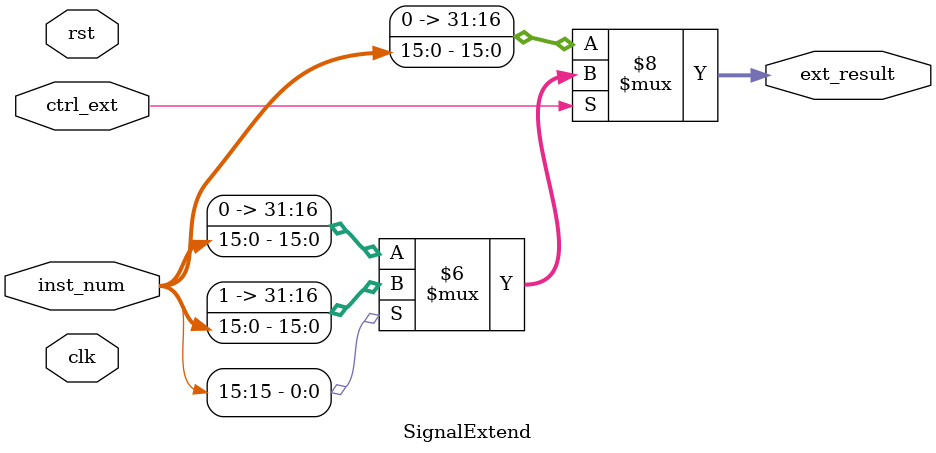
<source format=v>
`timescale 1ns / 1ps

module SingleCycleCPU(
    input clk,
    input rst
    );

    // wires for control, inst_mem, pc and branch unit
    wire [31:0] inst;
    wire c1;
    wire c2;
    wire c3;
    wire c4;
    wire [3:0] c_ALU;
    wire [1:0] c_jmp;
    wire data_mem_we;
    wire register_we;
    wire [31:0] current_pc;
    wire [31:0] new_pc_val;
    wire [31:0] ext_inst_num;

    // wires for register file
    wire [4:0] reg_file_wb_addr;
    wire [4:0] reg_file_rs_addr;
    wire [4:0] reg_file_rt_addr;
    wire [31:0] reg_file_wb_data;
    wire [31:0] reg_file_rs_data;
    wire [31:0] reg_file_rt_data;
    
    wire [31:0] ext_32bit_reg_file_wb_addr;
    assign reg_file_wb_addr = ext_32bit_reg_file_wb_addr[4:0];
    
    // wires for data memory
    wire[31:0] dmem_addr;
    wire[31:0] dmem_w_data;
    wire[31:0] dmem_r_data;

    // wires for ALU
    wire [31:0] ALU_operands1;
    wire [31:0] ALU_operands2;
    wire [31:0] ALU_answer;
    assign dmem_addr = ALU_answer;
    
    Control ctrl(.opcode(inst[31:26]), .func(inst[5:0]), .c1(c1), .c2(c2), .c3(c3), .c4(c4), .c_ALU(c_ALU), .c_jmp(c_jmp), .data_mem_we(data_mem_we), .reg_we(register_we));
    PC pc(.clk(clk), .rst(rst), .new_pc_val(new_pc_val), .out_pc_value(current_pc));
    BranchUnit br_unit(.clk(clk), .rst(rst), .mode(c_jmp), .jmp_flag(ALU_answer[0]), .imm_16bits(inst[15:0]), .imm_26bits(inst[25:0]), .pc(current_pc), .address(new_pc_val));
    InstMem inst_mem(.clk(clk), .rst(rst), ._addr(current_pc), .inst_data(inst));
    SignalExtend signal_ext(.clk(clk), .rst(rst), .ctrl_ext(1'b1), .inst_num(inst[15:0]), .ext_result(ext_inst_num));

    MUX mux1(.clk(clk), .rst(rst), .select(c1), .signal0(reg_file_rt_data), .signal1(ext_inst_num), .out_signal(ALU_operands2));
    MUX mux2(.clk(clk), .rst(rst), .select(c2), .signal0({27'b0, inst[20:16]}), .signal1({27'b0, inst[15:11]}), .out_signal(ext_32bit_reg_file_wb_addr));
    MUX mux3(.clk(clk), .rst(rst), .select(c3), .signal0(reg_file_rs_data), .signal1(ext_inst_num), .out_signal(ALU_operands1));
    MUX mux4(.clk(clk), .rst(rst), .select(c4), .signal0(ALU_answer), .signal1(dmem_r_data), .out_signal(reg_file_wb_data));

    assign reg_file_rs_addr = inst[25:21];
    assign reg_file_rt_addr = inst[20:16];
    assign dmem_w_data = reg_file_rt_data;
    RegisterFile reg_file(.clk(clk), .rst(rst), .reg_we(register_we), .rs_addr(reg_file_rs_addr), .rt_addr(reg_file_rt_addr), .rs_data(reg_file_rs_data), .rt_data(reg_file_rt_data), .wb_addr(reg_file_wb_addr), .wb_data(reg_file_wb_data));
    ALU alu(.clk(clk), .rst(rst), .ctrl(c_ALU), .operands1(ALU_operands1), .operands2(ALU_operands2), .answer(ALU_answer));
    DataMem data_mem(.clk(clk), .rst(rst), .we(data_mem_we), ._addr(dmem_addr), .wdata(dmem_w_data), .rdata(dmem_r_data));

endmodule

module ALU(
    input clk,
    input rst,
    
    input[3:0] ctrl, // 
    input[31:0] operands1,
    input[31:0] operands2,

    output[31:0] answer
    );

    // add
    wire [32:0] ext_operands1 = {operands1[31], operands1};
    wire [32:0] ext_operands2 = {operands2[31], operands2};
    wire [32:0] ext_add_ans = ext_operands1 + ext_operands2;
    wire [31:0] add_ans = ext_add_ans[31:0];

    // addi
    wire [31:0] addi_ans = add_ans;

    // addiu
    wire [32:0] zero_ext_operands2 = {1'b0, operands2};
    wire [32:0] ext_addiu_ans = ext_operands1 + zero_ext_operands2;
    wire [31:0] addiu_ans= ext_addiu_ans[31:0];
    // sub
    wire [32:0] ext_sub_ans = ext_operands1 - ext_operands2;
    wire [31:0] sub_ans = ext_sub_ans[31:0];

    // and
    wire [32:0] ext_and_ans = ext_operands1 & ext_operands2;
    wire [31:0] and_ans = ext_and_ans[31:0];

    // or
    wire [32:0] ext_or_ans = ext_operands1 | ext_operands2;
    wire [31:0] or_ans = ext_or_ans[31:0];

    // sll: shift logical left  
    wire [32:0] ext_sll_ans = ext_operands1 << ext_operands2;
    wire [31:0] sll_ans = ext_sll_ans[31:0];

    // lui
    wire [31:0] lui_ans = {operands2[15:0], 16'b0};

    // lw & sw
    wire [31:0] lw_sw_addr = add_ans;

    // SLT 
    wire [31:0] slt_ans = (operands1 < operands2) ? 32'b1 : 32'b0;

    // SLTI
    wire [31:0] slti_ans = slt_ans;

    // Beq
    wire [31:0] beq_flag = (operands1 == operands2) ? 32'b1 : 32'b0;

    // J
    wire [31:0] j_flag = 32'b1;

    assign answer = (ctrl == 1) ? add_ans:
                    (ctrl == 2) ? addi_ans:
                    (ctrl == 3) ? addiu_ans:
                    (ctrl == 4) ? sub_ans:
                    (ctrl == 5) ? and_ans:
                    (ctrl == 6) ? or_ans:
                    (ctrl == 7) ? sll_ans:
                    (ctrl == 8) ? lui_ans:
                    (ctrl == 9 || ctrl == 10) ? lw_sw_addr:
                    (ctrl == 11) ? slt_ans:
                    (ctrl == 12) ? slti_ans:
                    (ctrl == 13) ? beq_flag:
                    (ctrl == 14) ? j_flag:
                    32'b0;

endmodule

module BranchUnit(
    input clk,
    input rst,
    input[1:0] mode, // mode==0 -> sequential execute, mode == 1 -> j,  mode == 2 -> beq
    input jmp_flag, // used by beq instruction, only jump when jmp_flag == 1
    input[15:0] imm_16bits, // used for beq instruction
    input[25:0] imm_26bits, // used for j instruction
    input[31:0] pc, // current value of pc

    output[31:0] address
    );
    wire[31:0] pc_plus_4 = pc + 4;
    wire [31:0] ext_imm_16bits;
    SignalExtend sig_ext(.clk(clk), .rst(rst), .ctrl_ext(1'b1), .inst_num(imm_16bits), .ext_result(ext_imm_16bits));
    assign address = (mode == 0 || (mode == 2 && jmp_flag == 0))? pc_plus_4:
                     (mode == 1)? {pc_plus_4[31:28], imm_26bits << 2}:
                     (mode == 2 && jmp_flag == 1)?(pc_plus_4 + (ext_imm_16bits << 2)):
                     0;
endmodule

module Control(
    input [5:0] opcode,
    input [5:0] func,

    output c1, // operands2 = rt if (c1 == 0) else imm
    output c2, // targert_register = rt if (c2 == 0) else rd
    output c3, // operands1 = rs if (c1 == 0) else imm
    output c4, // write_back_data from ALU if (c1 == 0) else data_mem
    output[3:0] c_ALU, // choose the operator of ALU
    output[1:0] c_jmp, // c_jmp==0 -> sequential execute, c_jmp == 1 -> j,  c_jmp == 2 -> beq
    output data_mem_we, // write enable of data memory
    output reg_we // write enable of register file
    );

    wire [3:0] inst_type; // indentifies different instruction,  the same as 'ctrl' parameter in ALU module.
    assign inst_type = (opcode == 6'b001000)? 2: // addi
                       (opcode == 6'b001001)? 3: // addiu
                       (opcode == 6'b001111)? 8: // lui
                       (opcode == 6'b100011)? 9: // lw
                       (opcode == 6'b101011)? 10: // sw
                       (opcode == 6'b001010)? 12: // slti
                       (opcode == 6'b000100)? 13: // beq
                       (opcode == 6'b000010)? 14: // j
                       (opcode == 6'b000000)? (
                           (func == 6'b100000)? 1: // add
                           (func == 6'b100010)? 4: // sub
                           (func == 6'b100100)? 5: // and
                           (func == 6'b100101)? 6: // or
                           (func == 6'b000000)? 7: // sll
                           (func == 6'b101010)? 11: 0// slt
                       ):0;

    assign c1 = (inst_type == 2 || inst_type == 3 || inst_type == 8 || inst_type == 9 || inst_type == 10 || inst_type == 12) ? 1 : 0;
    assign c2 = (inst_type == 1 || inst_type == 4 || inst_type == 5 || inst_type == 6 || inst_type == 7 || inst_type == 11) ? 1 : 0;
    assign c3 = (inst_type == 7 || inst_type == 8) ? 1 : 0;
    assign c4 = (inst_type == 9) ? 1 : 0;
    assign data_mem_we = (inst_type == 10) ? 1 : 0;
    assign reg_we = (inst_type != 10 && inst_type != 13 && inst_type != 14) ? 1 : 0;
    assign c_ALU = inst_type;
    assign c_jmp = (inst_type == 14) ? 1 : (
                        (inst_type == 13) ? 2 : 0);

endmodule

module DataMem(
    input clk,
    input rst,
    input we, // write enable, we == 0 -> Read only; we == 1 -> writeable.

    input [31:0] _addr, // address to read/write data
    input [31:0] wdata,

    output [31:0] rdata
    );
    reg[7:0] data_mem[255:0]; // 255 * 8 bit registers to store data
    integer i;
    initial begin             
        for(i=0;i<=255;i=i+1) begin
            data_mem[i] <= 0;            
        end
    end
    
    wire [7:0] addr = _addr[7:0];
    assign rdata = {data_mem[addr+3],data_mem[addr+2],data_mem[addr+1],data_mem[addr]};

    always @(posedge clk) begin
        if (we) begin
            data_mem[addr] <= wdata[7:0];
            data_mem[addr + 1] <= wdata[15:8];
            data_mem[addr + 2] <= wdata[23:16];
            data_mem[addr + 3] <= wdata[31:24];
        end
    end

endmodule

module InstMem(
    input clk,
    input rst,
    input [31:0] _addr, // address of instruction
    output [31:0] inst_data // the bits of instructions
    );
    
    reg[7:0] inst_mem[255:0]; // 255 * 8 bit registers to store instructions
    integer i;
    initial begin             
        // load instructiuons from file
        //$readmemb("", inst_mem);

        // or setting memories manually
        // assign instructions ....
        for(i = 36; i <= 255;i = i + 1) 
            inst_mem[i] <= 0;

        inst_mem[0]<=8'h64;
	inst_mem[1]<=8'h00;
	inst_mem[2]<=8'h08;
	inst_mem[3]<=8'h20;       
        inst_mem[4]<=8'h19;
	inst_mem[5]<=8'h00;
	inst_mem[6]<=8'h0a;
	inst_mem[7]<=8'h25;     
        inst_mem[8]<=8'h00;
	inst_mem[9]<=8'h00;
	inst_mem[10]<=8'h4c;
	inst_mem[11]<=8'h21;   
        inst_mem[12]<=8'h22;
	inst_mem[13]<=8'h48;
	inst_mem[14]<=8'h00;
	inst_mem[15]<=8'h01;  
        inst_mem[16]<=8'h20;
	inst_mem[17]<=8'h58;
	inst_mem[18]<=8'h88;
	inst_mem[19]<=8'h01; 
        inst_mem[16]<=8'h2a;
	inst_mem[17]<=8'h78;
	inst_mem[18]<=8'h68;
	inst_mem[19]<=8'h01;  
        inst_mem[20]<=8'hff;
	inst_mem[21]<=8'h00;
	inst_mem[22]<=8'h6f;
	inst_mem[23]<=8'h29;  
        inst_mem[24]<=8'h64;
	inst_mem[25]<=8'h00;
	inst_mem[26]<=8'h0e;
	inst_mem[27]<=8'h3c;  
        inst_mem[28]<=8'h02;
	inst_mem[29]<=8'h00;
	inst_mem[30]<=8'h4c;
	inst_mem[31]<=8'h11;   
        inst_mem[32]<=8'h00;
	inst_mem[33]<=8'h00;
	inst_mem[34]<=8'heb;
	inst_mem[35]<=8'hac;  
        inst_mem[36]<=8'h00;
	inst_mem[37]<=8'h00;
	inst_mem[38]<=8'hed;
	inst_mem[39]<=8'h8c;  
        inst_mem[40]<=8'h03;
	inst_mem[41]<=8'h00;
	inst_mem[42]<=8'h10;
	inst_mem[43]<=8'h08;  

    end
    // read instructions
    wire [7:0] addr = _addr[7:0];
    assign inst_data = {inst_mem[addr+3],inst_mem[addr+2],inst_mem[addr+1],inst_mem[addr]};


endmodule

module MUX(
    input clk,
    input rst,
    input select,
    input[31:0] signal0,
    input[31:0] signal1,

    output[31:0] out_signal
    );

    assign out_signal = (select == 0) ? signal0 : signal1;
endmodule

module PC(
    input clk,
    input rst,
    input[31:0] new_pc_val,
    output[31:0] out_pc_value
    );

    reg [31:0] current_pc;
    initial begin
        current_pc <= -4;
    end

    assign out_pc_value = current_pc;
    always @(posedge clk) begin
        current_pc = new_pc_val;
    end
endmodule

module RegisterFile(
    input clk,
    input rst,
    
    input reg_we,
    input[4:0] rs_addr,
    input[4:0] rt_addr,
    input[4:0] wb_addr,
    input[31:0] wb_data,

    output[31:0] rs_data, 
    output[31:0] rt_data
    );
    reg[31:0] registers[31:0];
    integer i;

    initial begin
        for (i = 0; i <= 31; i=i+1) begin
            registers[i] <= 32'b0;
        end
    end

    always @(posedge clk) begin
        if (reg_we && wb_addr) begin
            registers[wb_addr] <= wb_data;
        end
    end

    assign rs_data = (rs_addr == 0) ? 0 : registers[rs_addr];
    assign rt_data = (rt_addr == 0) ? 0 : registers[rt_addr];

endmodule

module SignalExtend(
    input clk,
    input rst,
    input ctrl_ext,
    input[15:0] inst_num,
    
    output[31:0] ext_result
    );
    assign ext_result = (ctrl_ext == 1) ? 
                            ((inst_num[15] == 1)?{16'hffff, inst_num}:{16'h0000, inst_num})
                            :inst_num;    

    
endmodule

</source>
